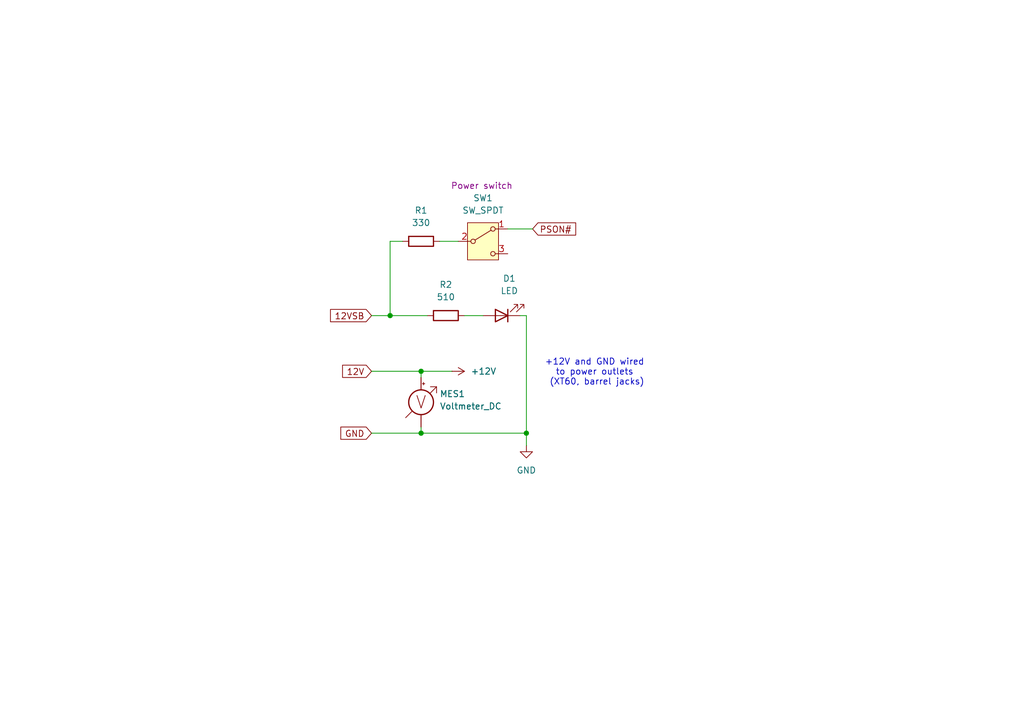
<source format=kicad_sch>
(kicad_sch (version 20250114) (generator "eeschema") (generator_version "9.0")
  (paper "A5")
  (lib_symbols
    (symbol "Device:LED" (pin_numbers (hide yes)) (pin_names (offset 1.016) (hide yes))
      (property "Reference" "D" (at 0 2.54 0))
      (property "Value" "LED" (at 0 -2.54 0))
      (symbol "LED_0_1"
        (polyline (pts (xy -3.048 -0.762) (xy -4.572 -2.286) (xy -3.81 -2.286) (xy -4.572 -2.286) (xy -4.572 -1.524)))
        (polyline (pts (xy -1.778 -0.762) (xy -3.302 -2.286) (xy -2.54 -2.286) (xy -3.302 -2.286) (xy -3.302 -1.524)))
        (polyline (pts (xy -1.27 0) (xy 1.27 0)))
        (polyline (pts (xy -1.27 -1.27) (xy -1.27 1.27)) (stroke (width 0.254)))
        (polyline (pts (xy 1.27 -1.27) (xy 1.27 1.27) (xy -1.27 0) (xy 1.27 -1.27)) (stroke (width 0.254)))
      )
      (symbol "LED_1_1"
        (pin passive line (at -3.81 0 0) (length 2.54) (name "K") (number "1"))
        (pin passive line (at 3.81 0 180) (length 2.54) (name "A") (number "2"))
      )
    )
    (symbol "Device:R" (pin_numbers (hide yes)) (pin_names (offset 0))
      (property "Reference" "R" (at 2.032 0 90))
      (property "Value" "R" (at 0 0 90))
      (symbol "R_0_1"
        (rectangle (start -1.016 -2.54) (end 1.016 2.54) (stroke (width 0.254)))
      )
      (symbol "R_1_1"
        (pin passive line (at 0 3.81 270) (length 1.27) (name "~") (number "1"))
        (pin passive line (at 0 -3.81 90) (length 1.27) (name "~") (number "2"))
      )
    )
    (symbol "Device:Voltmeter_DC" (pin_numbers (hide yes)) (pin_names (offset 0.0254) (hide yes))
      (property "Reference" "MES" (at -3.302 1.016 0))
      (property "Value" "Voltmeter_DC" (at -3.302 -0.762 0))
      (symbol "Voltmeter_DC_0_0"
        (polyline (pts (xy -3.175 -3.175) (xy -1.905 -1.905)))
        (polyline (pts (xy 1.905 3.175) (xy 3.175 3.175) (xy 3.175 1.905)))
        (polyline (pts (xy 1.905 1.905) (xy 3.175 3.175)))
        (text "V" (at 0 0 0) (effects (font (size 2.54 2.54))))
      )
      (symbol "Voltmeter_DC_0_1"
        (circle (center 0 0) (radius 2.54) (stroke (width 0.254)))
        (polyline (pts (xy 0.254 3.81) (xy 0.762 3.81)))
        (polyline (pts (xy 0.508 4.064) (xy 0.508 3.556)))
      )
      (symbol "Voltmeter_DC_1_1"
        (pin passive line (at 0 5.08 270) (length 2.54) (name "+") (number "2"))
        (pin passive line (at 0 -5.08 90) (length 2.54) (name "-") (number "1"))
      )
    )
    (symbol "Switch:SW_SPDT" (pin_names (offset 0) (hide yes))
      (property "Reference" "SW" (at 0 5.08 0))
      (property "Value" "SW_SPDT" (at 0 -5.08 0))
      (symbol "SW_SPDT_0_1"
        (circle (center -2.032 0) (radius 0.4572))
        (polyline (pts (xy -1.651 0.254) (xy 1.651 2.286)))
        (circle (center 2.032 2.54) (radius 0.4572))
        (circle (center 2.032 -2.54) (radius 0.4572))
      )
      (symbol "SW_SPDT_1_1"
        (rectangle (start -3.175 3.81) (end 3.175 -3.81) (fill (type background)))
        (pin passive line (at -5.08 0 0) (length 2.54) (name "B") (number "2"))
        (pin passive line (at 5.08 2.54 180) (length 2.54) (name "A") (number "1"))
        (pin passive line (at 5.08 -2.54 180) (length 2.54) (name "C") (number "3"))
      )
    )
    (symbol "power:+12V" (power) (pin_numbers (hide yes)) (pin_names (offset 0) (hide yes))
      (property "Value" "+12V" (at 0 3.556 0))
      (symbol "+12V_0_1"
        (polyline (pts (xy -0.762 1.27) (xy 0 2.54)))
        (polyline (pts (xy 0 2.54) (xy 0.762 1.27)))
        (polyline (pts (xy 0 0) (xy 0 2.54)))
      )
      (symbol "+12V_1_1"
        (pin power_in line (at 0 0 90) (length 0) (name "~") (number "1"))
      )
    )
    (symbol "power:GND" (power) (pin_numbers (hide yes)) (pin_names (offset 0) (hide yes))
      (property "Value" "GND" (at 0 -3.81 0))
      (symbol "GND_0_1"
        (polyline (pts (xy 0 0) (xy 0 -1.27) (xy 1.27 -1.27) (xy 0 -2.54) (xy -1.27 -1.27) (xy 0 -1.27)))
      )
      (symbol "GND_1_1"
        (pin power_in line (at 0 0 270) (length 0) (name "~") (number "1"))
      )
    )
  )
  (text "+12V and GND wired \nto power outlets \n(XT60, barrel jacks)" (at 122.428 76.454 0) (effects (font (size 1.27 1.27))))
  (junction (at 107.95 88.9))
  (junction (at 80.01 64.77))
  (junction (at 86.36 76.2))
  (junction (at 86.36 88.9))
  (wire (pts (xy 90.17 49.53) (xy 93.98 49.53)))
  (wire (pts (xy 86.36 76.2) (xy 92.71 76.2)))
  (wire (pts (xy 104.14 46.99) (xy 109.22 46.99)))
  (wire (pts (xy 80.01 49.53) (xy 80.01 64.77)))
  (wire (pts (xy 76.2 88.9) (xy 86.36 88.9)))
  (wire (pts (xy 80.01 64.77) (xy 87.63 64.77)))
  (wire (pts (xy 86.36 76.2) (xy 86.36 77.47)))
  (wire (pts (xy 76.2 64.77) (xy 80.01 64.77)))
  (wire (pts (xy 107.95 88.9) (xy 107.95 64.77)))
  (wire (pts (xy 86.36 88.9) (xy 86.36 87.63)))
  (wire (pts (xy 82.55 49.53) (xy 80.01 49.53)))
  (wire (pts (xy 107.95 88.9) (xy 107.95 91.44)))
  (wire (pts (xy 76.2 76.2) (xy 86.36 76.2)))
  (wire (pts (xy 95.25 64.77) (xy 99.06 64.77)))
  (wire (pts (xy 86.36 88.9) (xy 107.95 88.9)))
  (wire (pts (xy 107.95 64.77) (xy 106.68 64.77)))
  (global_label "GND" (shape input) (at 76.2 88.9 180) (property "Intersheetrefs" "${INTERSHEET_REFS}" (effects (hide yes))))
  (global_label "12V" (shape input) (at 76.2 76.2 180) (property "Intersheetrefs" "${INTERSHEET_REFS}" (effects (hide yes))))
  (global_label "PSON#" (shape input) (at 109.22 46.99 0) (property "Intersheetrefs" "${INTERSHEET_REFS}" (effects (hide yes))))
  (global_label "12VSB" (shape input) (at 76.2 64.77 180) (property "Intersheetrefs" "${INTERSHEET_REFS}" (effects (hide yes))))
  (symbol (lib_id "Device:Voltmeter_DC") (at 86.36 82.55 0) (unit 1)
    (property "Reference" "MES1" (at 90.17 80.8354 0) (effects (justify left)))
    (property "Value" "Voltmeter_DC" (at 90.17 83.3754 0) (effects (justify left)))
    (property "Description" "DC voltmeter" (effects (hide yes)))
  )
  (symbol (lib_id "Switch:SW_SPDT") (at 99.06 49.53 0) (unit 1)
    (property "Reference" "SW1" (at 99.06 40.64 0))
    (property "Value" "SW_SPDT" (at 99.06 43.18 0))
    (property "Description" "Power switch" (at 98.806 38.1 0))
  )
  (symbol (lib_id "Device:R") (at 86.36 49.53 90) (unit 1)
    (property "Reference" "R1" (at 86.36 43.18 90))
    (property "Value" "330" (at 86.36 45.72 90))
    (property "Description" "Resistor" (effects (hide yes)))
  )
  (symbol (lib_id "Device:LED") (at 102.87 64.77 180) (unit 1)
    (property "Reference" "D1" (at 104.4575 57.15 0))
    (property "Value" "LED" (at 104.4575 59.69 0))
    (property "Description" "Light emitting diode" (effects (hide yes)))
    (property "Sim.Pins" "1=K 2=A" (effects (hide yes)))
  )
  (symbol (lib_id "Device:R") (at 91.44 64.77 90) (unit 1)
    (property "Reference" "R2" (at 91.44 58.42 90))
    (property "Value" "510" (at 91.44 60.96 90))
    (property "Description" "Resistor" (effects (hide yes)))
  )
  (symbol (lib_id "power:+12V") (at 92.71 76.2 270) (unit 1)
    (property "Reference" "#PWR02" (effects (hide yes)))
    (property "Value" "+12V" (at 96.52 76.1999 90) (effects (justify left)))
    (property "Description" "Power symbol creates a global label with name \"+12V\"" (effects (hide yes)))
  )
  (symbol (lib_id "power:GND") (at 107.95 91.44 0) (unit 1)
    (property "Reference" "#PWR01" (effects (hide yes)))
    (property "Value" "GND" (at 107.95 96.52 0))
    (property "Description" "Power symbol creates a global label with name \"GND\" , ground" (effects (hide yes)))
  )
)
</source>
